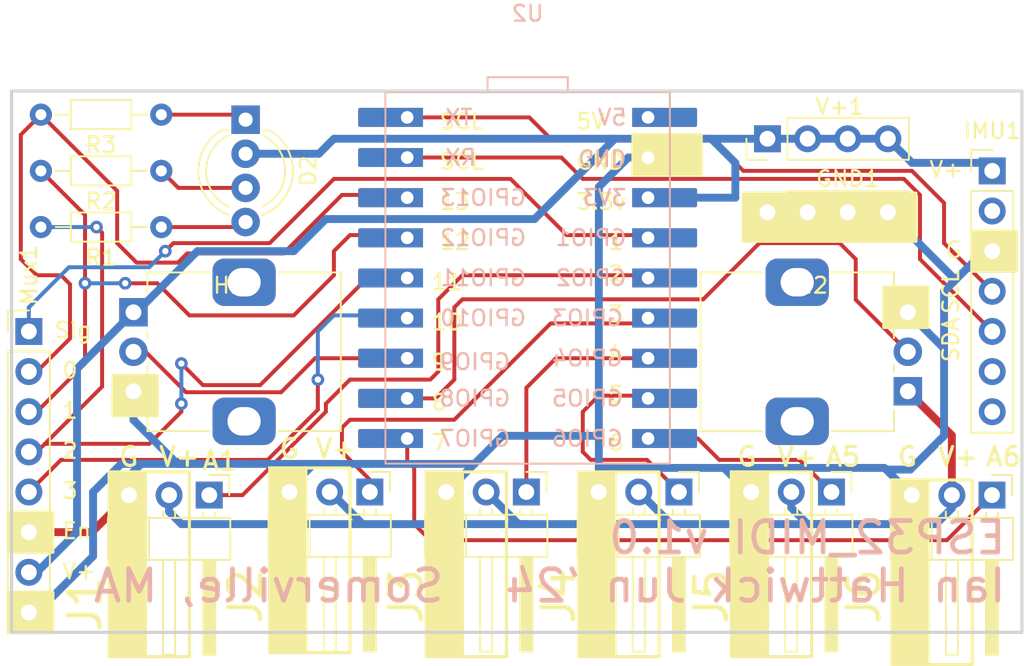
<source format=kicad_pcb>
(kicad_pcb (version 20221018) (generator pcbnew)
  (layers (0 "F.Cu" signal) (31 "B.Cu" signal) (34 "B.Paste" user) (35 "F.Paste" user) (36 "B.SilkS" user "B.Silkscreen") (37 "F.SilkS" user "F.Silkscreen") (38 "B.Mask" user) (39 "F.Mask" user) (44 "Edge.Cuts" user))
  (net 0 "")
  (net 1 "/A1")
  (net 2 "+3.3V")
  (net 3 "GND")
  (net 4 "/A2")
  (net 5 "/A3")
  (net 6 "/A4")
  (net 7 "/A5")
  (net 8 "/A6")
  (net 9 "/A0")
  (net 10 "/D2")
  (net 11 "/D1")
  (net 12 "/A8")
  (net 13 "/SCL")
  (net 14 "/SDA")
  (net 15 "/A7")
  (net 16 "/A9")
  (net 17 "/D0")
  (net 22 "Net-(D2-RK)")
  (net 23 "Net-(D2-GK)")
  (net 24 "Net-(D2-BK)")
  (footprint "Potentiometer_THT:Potentiometer_Alps_RK09K_Single_Vertical" (layer "F.Cu") (at 175 49 180)
    (fp_text reference "RV2" hide)
    (fp_text value "R_Potentiometer" hide)
    (pad "1" thru_hole rect (at 0 0 180) (size 1.8 1.8) (drill 1) (layers "*.Cu" "*.Mask") (net 2 "+3.3V"))
    (pad "2" thru_hole circle (at 0 2.5 180) (size 1.8 1.8) (drill 1) (layers "*.Cu" "*.Mask") (net 15 "/A7"))
    (pad "3" thru_hole circle (at 0 5 180) (size 1.8 1.8) (drill 1) (layers "*.Cu" "*.Mask") (net 3 "GND"))
    (pad "MP" thru_hole roundrect (at 7 -1.9 180) (size 4 3) (drill oval 2.1 1.8) (layers "*.Cu" "*.Mask"))
    (pad "MP" thru_hole roundrect (at 7 6.9 180) (size 4 3) (drill oval 2.1 1.8) (layers "*.Cu" "*.Mask"))
  )
  (footprint "Connector_PinHeader_2.54mm:PinHeader_1x04_P2.54mm_Vertical" (layer "F.Cu") (at 166.116 33.02 90)
    (fp_text reference "V+1" (at 2.032 4.572 180) (layer "F.SilkS"))
    (fp_text value "Conn_01x04_Pin")
    (pad "1" thru_hole rect (at 0 0 90) (size 1.7 1.7) (drill 1) (layers "*.Cu" "*.Mask") (net 2 "+3.3V"))
    (pad "2" thru_hole oval (at 0 2.54 90) (size 1.7 1.7) (drill 1) (layers "*.Cu" "*.Mask") (net 2 "+3.3V"))
    (pad "3" thru_hole oval (at 0 5.08 90) (size 1.7 1.7) (drill 1) (layers "*.Cu" "*.Mask") (net 2 "+3.3V"))
    (pad "4" thru_hole oval (at 0 7.62 90) (size 1.7 1.7) (drill 1) (layers "*.Cu" "*.Mask") (net 2 "+3.3V"))
  )
  (footprint "Connector_PinHeader_2.54mm:PinHeader_1x03_P2.54mm_Horizontal" (layer "F.Cu") (at 180.325 55.569 -90)
    (fp_text reference "J6" (at 6.407 8.113 -90) (layer "F.SilkS") (effects (font (size 2 2) (thickness 0.3))))
    (fp_text value "Conn_01x03_Pin" hide)
    (pad "1" thru_hole rect (at 0 0 270) (size 1.7 1.7) (drill 1) (layers "*.Cu" "*.Mask") (net 8 "/A6"))
    (pad "2" thru_hole oval (at 0 2.54 270) (size 1.7 1.7) (drill 1) (layers "*.Cu" "*.Mask") (net 2 "+3.3V"))
    (pad "3" thru_hole oval (at 0 5.08 270) (size 1.7 1.7) (drill 1) (layers "*.Cu" "*.Mask") (net 3 "GND"))
  )
  (footprint "Connector_PinHeader_2.54mm:PinHeader_1x03_P2.54mm_Horizontal" (layer "F.Cu") (at 130.795 55.569 -90)
    (fp_text reference "J1" (at 6.915 7.859 90) (layer "F.SilkS") (effects (font (size 2 2) (thickness 0.3))))
    (fp_text value "Conn_01x03_Pin" hide)
    (pad "1" thru_hole rect (at 0 0 270) (size 1.7 1.7) (drill 1) (layers "*.Cu" "*.Mask") (net 1 "/A1"))
    (pad "2" thru_hole oval (at 0 2.54 270) (size 1.7 1.7) (drill 1) (layers "*.Cu" "*.Mask") (net 2 "+3.3V"))
    (pad "3" thru_hole oval (at 0 5.08 270) (size 1.7 1.7) (drill 1) (layers "*.Cu" "*.Mask") (net 3 "GND"))
  )
  (footprint "Connector_PinHeader_2.54mm:PinHeader_1x04_P2.54mm_Vertical" (layer "F.Cu") (at 166.116 37.67 90)
    (fp_text reference "GND1" (at 2.11 5.08 180) (layer "F.SilkS"))
    (fp_text value "Conn_01x04_Pin")
    (pad "1" thru_hole rect (at 0 0 90) (size 1.7 1.7) (drill 1) (layers "*.Cu" "*.Mask") (net 3 "GND"))
    (pad "2" thru_hole oval (at 0 2.54 90) (size 1.7 1.7) (drill 1) (layers "*.Cu" "*.Mask") (net 3 "GND"))
    (pad "3" thru_hole oval (at 0 5.08 90) (size 1.7 1.7) (drill 1) (layers "*.Cu" "*.Mask") (net 3 "GND"))
    (pad "4" thru_hole oval (at 0 7.62 90) (size 1.7 1.7) (drill 1) (layers "*.Cu" "*.Mask") (net 3 "GND"))
  )
  (footprint "Connector_PinHeader_2.54mm:PinHeader_1x03_P2.54mm_Horizontal" (layer "F.Cu") (at 160.513 55.372 -90)
    (fp_text reference "J4" (at 6.604 7.605 -90) (layer "F.SilkS") (effects (font (size 2 2) (thickness 0.3))))
    (fp_text value "Conn_01x03_Pin" hide)
    (pad "1" thru_hole rect (at 0 0 270) (size 1.7 1.7) (drill 1) (layers "*.Cu" "*.Mask") (net 6 "/A4"))
    (pad "2" thru_hole oval (at 0 2.54 270) (size 1.7 1.7) (drill 1) (layers "*.Cu" "*.Mask") (net 2 "+3.3V"))
    (pad "3" thru_hole oval (at 0 5.08 270) (size 1.7 1.7) (drill 1) (layers "*.Cu" "*.Mask") (net 3 "GND"))
  )
  (footprint "LED_THT:LED_D5.0mm-4_RGB_Wide_Pins" (layer "F.Cu") (at 133.096 31.812 -90)
    (fp_text reference "D2" (at 3.2385 -3.96 90) (layer "F.SilkS"))
    (fp_text value "LED_RAGB")
    (pad "1" thru_hole rect (at 0 0 270) (size 1.8 1.8) (drill 0.9) (layers "*.Cu" "*.Mask") (net 22 "Net-(D2-RK)"))
    (pad "2" thru_hole circle (at 2.159 0 270) (size 1.8 1.8) (drill 0.9) (layers "*.Cu" "*.Mask") (net 2 "+3.3V"))
    (pad "3" thru_hole circle (at 4.318 0 270) (size 1.8 1.8) (drill 0.9) (layers "*.Cu" "*.Mask") (net 23 "Net-(D2-GK)"))
    (pad "4" thru_hole circle (at 6.477 0 270) (size 1.8 1.8) (drill 0.9) (layers "*.Cu" "*.Mask") (net 24 "Net-(D2-BK)"))
  )
  (footprint "Connector_PinHeader_2.54mm:PinHeader_1x03_P2.54mm_Horizontal" (layer "F.Cu") (at 140.955 55.372 -90)
    (fp_text reference "J2" (at 6.604 7.859 90) (layer "F.SilkS") (effects (font (size 2 2) (thickness 0.3))))
    (fp_text value "Conn_01x03_Pin" hide)
    (pad "1" thru_hole rect (at 0 0 270) (size 1.7 1.7) (drill 1) (layers "*.Cu" "*.Mask") (net 4 "/A2"))
    (pad "2" thru_hole oval (at 0 2.54 270) (size 1.7 1.7) (drill 1) (layers "*.Cu" "*.Mask") (net 2 "+3.3V"))
    (pad "3" thru_hole oval (at 0 5.08 270) (size 1.7 1.7) (drill 1) (layers "*.Cu" "*.Mask") (net 3 "GND"))
  )
  (footprint "Connector_PinHeader_2.54mm:PinHeader_1x07_P2.54mm_Vertical" (layer "F.Cu") (at 180.34 35.052)
    (fp_text reference "IMU1" (at 0 -2.54) (layer "F.SilkS"))
    (fp_text value "Conn_01x07_Pin" hide)
    (pad "1" thru_hole rect (at 0 0) (size 1.7 1.7) (drill 1) (layers "*.Cu" "*.Mask") (net 2 "+3.3V"))
    (pad "2" thru_hole oval (at 0 2.54) (size 1.7 1.7) (drill 1) (layers "*.Cu" "*.Mask"))
    (pad "3" thru_hole oval (at 0 5.08) (size 1.7 1.7) (drill 1) (layers "*.Cu" "*.Mask") (net 3 "GND"))
    (pad "4" thru_hole oval (at 0 7.62) (size 1.7 1.7) (drill 1) (layers "*.Cu" "*.Mask") (net 13 "/SCL"))
    (pad "5" thru_hole oval (at 0 10.16) (size 1.7 1.7) (drill 1) (layers "*.Cu" "*.Mask") (net 14 "/SDA"))
    (pad "6" thru_hole oval (at 0 12.7) (size 1.7 1.7) (drill 1) (layers "*.Cu" "*.Mask"))
    (pad "7" thru_hole oval (at 0 15.24) (size 1.7 1.7) (drill 1) (layers "*.Cu" "*.Mask"))
  )
  (footprint "Resistor_THT:R_Axial_DIN0204_L3.6mm_D1.6mm_P7.62mm_Horizontal" (layer "F.Cu") (at 127.762 31.496 180)
    (fp_text reference "R3" (at 3.81 -1.92) (layer "F.SilkS"))
    (fp_text value "R")
    (pad "1" thru_hole circle (at 0 0 180) (size 1.4 1.4) (drill 0.7) (layers "*.Cu" "*.Mask") (net 22 "Net-(D2-RK)"))
    (pad "2" thru_hole oval (at 7.62 0 180) (size 1.4 1.4) (drill 0.7) (layers "*.Cu" "*.Mask") (net 10 "/D2"))
  )
  (footprint "Resistor_THT:R_Axial_DIN0204_L3.6mm_D1.6mm_P7.62mm_Horizontal" (layer "F.Cu") (at 127.762 38.608 180)
    (fp_text reference "R1" (at 3.81 -1.92) (layer "F.SilkS"))
    (fp_text value "R")
    (pad "1" thru_hole circle (at 0 0 180) (size 1.4 1.4) (drill 0.7) (layers "*.Cu" "*.Mask") (net 24 "Net-(D2-BK)"))
    (pad "2" thru_hole oval (at 7.62 0 180) (size 1.4 1.4) (drill 0.7) (layers "*.Cu" "*.Mask") (net 17 "/D0"))
  )
  (footprint "Potentiometer_THT:Potentiometer_Alps_RK09K_Single_Vertical" (layer "F.Cu") (at 126 44)
    (fp_text reference "RV1" hide)
    (fp_text value "R_Potentiometer" hide)
    (pad "1" thru_hole rect (at 0 0) (size 1.8 1.8) (drill 1) (layers "*.Cu" "*.Mask") (net 2 "+3.3V"))
    (pad "2" thru_hole circle (at 0 2.5) (size 1.8 1.8) (drill 1) (layers "*.Cu" "*.Mask") (net 12 "/A8"))
    (pad "3" thru_hole circle (at 0 5) (size 1.8 1.8) (drill 1) (layers "*.Cu" "*.Mask") (net 3 "GND"))
    (pad "MP" thru_hole roundrect (at 7 -1.9) (size 4 3) (drill oval 2.1 1.8) (layers "*.Cu" "*.Mask"))
    (pad "MP" thru_hole roundrect (at 7 6.9) (size 4 3) (drill oval 2.1 1.8) (layers "*.Cu" "*.Mask"))
  )
  (footprint "Resistor_THT:R_Axial_DIN0204_L3.6mm_D1.6mm_P7.62mm_Horizontal" (layer "F.Cu") (at 127.762 35.052 180)
    (fp_text reference "R2" (at 3.81 -1.92) (layer "F.SilkS"))
    (fp_text value "R")
    (pad "1" thru_hole circle (at 0 0 180) (size 1.4 1.4) (drill 0.7) (layers "*.Cu" "*.Mask") (net 23 "Net-(D2-GK)"))
    (pad "2" thru_hole oval (at 7.62 0 180) (size 1.4 1.4) (drill 0.7) (layers "*.Cu" "*.Mask") (net 11 "/D1"))
  )
  (footprint "MountingHole:MountingHole_3.2mm_M3" (layer "F.Cu") (at 168.95 46.5)
    (fp_text reference "H2" (at 0 -4.2) (layer "F.SilkS"))
    (fp_text value "MountingHole")
    (pad "" np_thru_hole circle (at 0 0) (size 3.2 3.2) (drill 3.2) (layers "*.Cu" "*.Mask"))
  )
  (footprint "Connector_PinHeader_2.54mm:PinHeader_1x03_P2.54mm_Horizontal" (layer "F.Cu") (at 150.861 55.372 -90)
    (fp_text reference "J3" (at 6.604 7.605 -90) (layer "F.SilkS") (effects (font (size 2 2) (thickness 0.3))))
    (fp_text value "Conn_01x03_Pin" hide)
    (pad "1" thru_hole rect (at 0 0 270) (size 1.7 1.7) (drill 1) (layers "*.Cu" "*.Mask") (net 5 "/A3"))
    (pad "2" thru_hole oval (at 0 2.54 270) (size 1.7 1.7) (drill 1) (layers "*.Cu" "*.Mask") (net 2 "+3.3V"))
    (pad "3" thru_hole oval (at 0 5.08 270) (size 1.7 1.7) (drill 1) (layers "*.Cu" "*.Mask") (net 3 "GND"))
  )
  (footprint "Connector_PinHeader_2.54mm:PinHeader_1x08_P2.54mm_Vertical" (layer "F.Cu") (at 119.38 45.212)
    (fp_text reference "Mux1" (at 0 -3.556 90) (layer "F.SilkS"))
    (fp_text value "Conn_01x08_Pin" hide)
    (pad "1" thru_hole rect (at 0 0) (size 1.7 1.7) (drill 1) (layers "*.Cu" "*.Mask") (net 9 "/A0"))
    (pad "2" thru_hole oval (at 0 2.54) (size 1.7 1.7) (drill 1) (layers "*.Cu" "*.Mask") (net 10 "/D2"))
    (pad "3" thru_hole oval (at 0 5.08) (size 1.7 1.7) (drill 1) (layers "*.Cu" "*.Mask") (net 11 "/D1"))
    (pad "4" thru_hole oval (at 0 7.62) (size 1.7 1.7) (drill 1) (layers "*.Cu" "*.Mask") (net 17 "/D0"))
    (pad "5" thru_hole oval (at 0 10.16) (size 1.7 1.7) (drill 1) (layers "*.Cu" "*.Mask") (net 16 "/A9"))
    (pad "6" thru_hole oval (at 0 12.7) (size 1.7 1.7) (drill 1) (layers "*.Cu" "*.Mask") (net 3 "GND"))
    (pad "7" thru_hole oval (at 0 15.24) (size 1.7 1.7) (drill 1) (layers "*.Cu" "*.Mask") (net 2 "+3.3V"))
    (pad "8" thru_hole oval (at 0 17.78) (size 1.7 1.7) (drill 1) (layers "*.Cu" "*.Mask") (net 3 "GND"))
  )
  (footprint "MountingHole:MountingHole_3.2mm_M3" (layer "F.Cu") (at 132.05 46.5)
    (fp_text reference "H1" (at 0 -4.2) (layer "F.SilkS"))
    (fp_text value "MountingHole")
    (pad "" np_thru_hole circle (at 0 0) (size 3.2 3.2) (drill 3.2) (layers "*.Cu" "*.Mask"))
  )
  (footprint "Connector_PinHeader_2.54mm:PinHeader_1x03_P2.54mm_Horizontal" (layer "F.Cu") (at 170.165 55.372 -90)
    (fp_text reference "J5" (at 6.604 7.605 -90) (layer "F.SilkS") (effects (font (size 2 2) (thickness 0.3) bold)))
    (fp_text value "Conn_01x03_Pin" hide)
    (pad "1" thru_hole rect (at 0 0 270) (size 1.7 1.7) (drill 1) (layers "*.Cu" "*.Mask") (net 7 "/A5"))
    (pad "2" thru_hole oval (at 0 2.54 270) (size 1.7 1.7) (drill 1) (layers "*.Cu" "*.Mask") (net 2 "+3.3V"))
    (pad "3" thru_hole oval (at 0 5.08 270) (size 1.7 1.7) (drill 1) (layers "*.Cu" "*.Mask") (net 3 "GND"))
  )
  (footprint "ih_kicad:Wifiduino-ESP32S3" (layer "B.Cu") (at 150.942 41.828 180)
    (fp_text reference "U2" (at 0 16.74 unlocked) (layer "B.SilkS") (effects (justify mirror)))
    (fp_text value "~")
    (fp_text user "RX" (at 5.309999 7.62 unlocked) (layer "B.SilkS") (effects (justify right mirror)))
    (fp_text user "GPIO9" (at 1 -5.309999 unlocked) (layer "B.SilkS") (effects (justify left mirror)))
    (fp_text user "GPIO3" (at -6.120001 -2.54 unlocked) (layer "B.SilkS") (effects (justify left mirror)))
    (fp_text user "GPIO2" (at -6.35 0 unlocked) (layer "B.SilkS") (effects (justify left mirror)))
    (fp_text user "GPIO13" (at 0 5.08 unlocked) (layer "B.SilkS") (effects (justify left mirror)))
    (fp_text user "GPIO11" (at 0 0 unlocked) (layer "B.SilkS") (effects (justify left mirror)))
    (fp_text user "GPIO10" (at 0 -2.54 unlocked) (layer "B.SilkS") (effects (justify left mirror)))
    (fp_text user "GPIO8" (at 1 -7.62 unlocked) (layer "B.SilkS") (effects (justify left mirror)))
    (fp_text user "GPIO12" (at 0 2.54 unlocked) (layer "B.SilkS") (effects (justify left mirror)))
    (fp_text user "GPIO1" (at -6.35 2.54 unlocked) (layer "B.SilkS") (effects (justify left mirror)))
    (fp_text user "5V" (at -6.35 10.16 unlocked) (layer "B.SilkS") (effects (justify left mirror)))
    (fp_text user "GND" (at -6.35 7.62 180 unlocked) (layer "B.SilkS") (effects (justify right mirror)))
    (fp_text user "TX" (at 5.309999 10.16 unlocked) (layer "B.SilkS") (effects (justify right mirror)))
    (fp_text user "GPIO5" (at -6.120001 -7.62 unlocked) (layer "B.SilkS") (effects (justify left mirror)))
    (fp_text user "GPIO4" (at -6.120001 -5.08 unlocked) (layer "B.SilkS") (effects (justify left mirror)))
    (fp_text user "GPIO7" (at 1 -10.16 unlocked) (layer "B.SilkS") (effects (justify left mirror)))
    (fp_text user "3V3" (at -6.35 5.08 unlocked) (layer "B.SilkS") (effects (justify left mirror)))
    (fp_text user "GPIO6" (at -6.120001 -10.16 unlocked) (layer "B.SilkS") (effects (justify left mirror)))
    (pad "1" thru_hole custom (at -7.62 10.16 270) (size 1.2 2) (drill 0.8) (layers "*.Cu" "*.Mask") (options (clearance outline) (anchor rect)) (primitives (gr_poly (pts (xy -0.5 -3) (xy -0.5 0.5) (xy 0.5 0.5) (xy 0.5 -3)) (width 0.2) (fill yes))))
    (pad "2" thru_hole custom (at -7.62 7.62 270) (size 1.2 2) (drill 0.8) (layers "*.Cu" "*.Mask") (net 3 "GND") (options (clearance outline) (anchor rect)) (primitives (gr_poly (pts (xy -0.5 -3) (xy -0.5 0.5) (xy 0.5 0.5) (xy 0.5 -3)) (width 0.2) (fill yes))))
    (pad "3" thru_hole custom (at -7.62 5.08 270) (size 1.2 2) (drill 0.8) (layers "*.Cu" "*.Mask") (net 2 "+3.3V") (options (clearance outline) (anchor rect)) (primitives (gr_poly (pts (xy -0.5 -3) (xy -0.5 0.5) (xy 0.5 0.5) (xy 0.5 -3)) (width 0.2) (fill yes))))
    (pad "4" thru_hole custom (at -7.62 2.54 270) (size 1.2 2) (drill 0.8) (layers "*.Cu" "*.Mask") (net 9 "/A0") (options (clearance outline) (anchor rect)) (primitives (gr_poly (pts (xy -0.5 -3) (xy -0.5 0.5) (xy 0.5 0.5) (xy 0.5 -3)) (width 0.2) (fill yes))))
    (pad "5" thru_hole custom (at -7.62 0 270) (size 1.2 2) (drill 0.8) (layers "*.Cu" "*.Mask") (net 1 "/A1") (options (clearance outline) (anchor rect)) (primitives (gr_poly (pts (xy -0.5 -3) (xy -0.5 0.5) (xy 0.5 0.5) (xy 0.5 -3)) (width 0.2) (fill yes))))
    (pad "6" thru_hole custom (at -7.62 -2.54 270) (size 1.2 2) (drill 0.8) (layers "*.Cu" "*.Mask") (net 4 "/A2") (options (clearance outline) (anchor rect)) (primitives (gr_poly (pts (xy -0.5 -3) (xy -0.5 0.5) (xy 0.5 0.5) (xy 0.5 -3)) (width 0.2) (fill yes))))
    (pad "7" thru_hole custom (at -7.62 -5.08 270) (size 1.2 2) (drill 0.8) (layers "*.Cu" "*.Mask") (net 5 "/A3") (options (clearance outline) (anchor rect)) (primitives (gr_poly (pts (xy -0.5 -3) (xy -0.5 0.5) (xy 0.5 0.5) (xy 0.5 -3)) (width 0.2) (fill yes))))
    (pad "8" thru_hole custom (at -7.62 -7.62 270) (size 1.2 2) (drill 0.8) (layers "*.Cu" "*.Mask") (net 6 "/A4") (options (clearance outline) (anchor rect)) (primitives (gr_poly (pts (xy -0.5 -3) (xy -0.5 0.5) (xy 0.5 0.5) (xy 0.5 -3)) (width 0.2) (fill yes))))
    (pad "9" thru_hole custom (at -7.62 -10.16 270) (size 1.2 2) (drill 0.8) (layers "*.Cu" "*.Mask") (net 7 "/A5") (options (clearance outline) (anchor rect)) (primitives (gr_poly (pts (xy -0.5 -3) (xy -0.5 0.5) (xy 0.5 0.5) (xy 0.5 -3)) (width 0.2) (fill yes))))
    (pad "10" thru_hole custom (at 7.62 -10.16 90) (size 1.2 2) (drill 0.8) (layers "*.Cu" "*.Mask") (net 8 "/A6") (options (clearance outline) (anchor rect)) (primitives (gr_poly (pts (xy -0.5 -3) (xy -0.5 0.5) (xy 0.5 0.5) (xy 0.5 -3)) (width 0.2) (fill yes))))
    (pad "11" thru_hole custom (at 7.62 -7.62 90) (size 1.2 2) (drill 0.8) (layers "*.Cu" "*.Mask") (net 15 "/A7") (options (clearance outline) (anchor rect)) (primitives (gr_poly (pts (xy -0.5 -3) (xy -0.5 0.5) (xy 0.5 0.5) (xy 0.5 -3)) (width 0.2) (fill yes))))
    (pad "12" thru_hole custom (at 7.62 -5.08 90) (size 1.2 2) (drill 0.8) (layers "*.Cu" "*.Mask") (net 12 "/A8") (options (clearance outline) (anchor rect)) (primitives (gr_poly (pts (xy -0.5 -3) (xy -0.5 0.5) (xy 0.5 0.5) (xy 0.5 -3)) (width 0.2) (fill yes))))
    (pad "13" thru_hole custom (at 7.62 -2.54 90) (size 1.2 2) (drill 0.8) (layers "*.Cu" "*.Mask") (net 16 "/A9") (options (clearance outline) (anchor rect)) (primitives (gr_poly (pts (xy -0.5 -3) (xy -0.5 0.5) (xy 0.5 0.5) (xy 0.5 -3)) (width 0.2) (fill yes))))
    (pad "14" thru_hole custom (at 7.62 0 90) (size 1.2 2) (drill 0.8) (layers "*.Cu" "*.Mask") (net 17 "/D0") (options (clearance outline) (anchor rect)) (primitives (gr_poly (pts (xy -0.5 -3) (xy -0.5 0.5) (xy 0.5 0.5) (xy 0.5 -3)) (width 0.2) (fill yes))))
    (pad "15" thru_hole custom (at 7.62 2.54 90) (size 1.2 2) (drill 0.8) (layers "*.Cu" "*.Mask") (net 11 "/D1") (options (clearance outline) (anchor rect)) (primitives (gr_poly (pts (xy -0.5 -3) (xy -0.5 0.5) (xy 0.5 0.5) (xy 0.5 -3)) (width 0.2) (fill yes))))
    (pad "16" thru_hole custom (at 7.62 5.08 90) (size 1.2 2) (drill 0.8) (layers "*.Cu" "*.Mask") (net 10 "/D2") (options (clearance outline) (anchor rect)) (primitives (gr_poly (pts (xy -0.5 -3) (xy -0.5 0.5) (xy 0.5 0.5) (xy 0.5 -3)) (width 0.2) (fill yes))))
    (pad "17" thru_hole custom (at 7.62 7.62 90) (size 1.2 2) (drill 0.8) (layers "*.Cu" "*.Mask") (net 14 "/SDA") (options (clearance outline) (anchor rect)) (primitives (gr_poly (pts (xy -0.5 -3) (xy -0.5 0.5) (xy 0.5 0.5) (xy 0.5 -3)) (width 0.2) (fill yes))))
    (pad "18" thru_hole custom (at 7.62 10.16 90) (size 1.2 2) (drill 0.8) (layers "*.Cu" "*.Mask") (net 13 "/SCL") (options (clearance outline) (anchor rect)) (primitives (gr_poly (pts (xy -0.5 -3) (xy -0.5 0.5) (xy 0.5 0.5) (xy 0.5 -3)) (width 0.2) (fill yes))))
  )
  (gr_rect (start 118.11 56.642) (end 120.904 59.182) (stroke (width 0.2)) (fill solid) (layer "F.SilkS"))
  (gr_rect (start 176.276 54.61) (end 179.07 66.294) (stroke (width 0.2)) (fill none) (layer "F.SilkS"))
  (gr_rect (start 118.11 61.722) (end 120.904 64.262) (stroke (width 0.2)) (fill solid) (layer "F.SilkS"))
  (gr_rect (start 173.99 54.61) (end 176.276 66.294) (stroke (width 0.2)) (fill solid) (layer "F.SilkS"))
  (gr_rect (start 163.83 54.102) (end 166.116 65.786) (stroke (width 0.2)) (fill solid) (layer "F.SilkS"))
  (gr_rect (start 156.464 54.102) (end 159.258 65.786) (stroke (width 0.2)) (fill none) (layer "F.SilkS"))
  (gr_rect (start 164.592 36.46) (end 175.514 39.508) (stroke (width 0.2)) (fill solid) (layer "F.SilkS"))
  (gr_rect (start 124.714 48.006) (end 127.508 50.546) (stroke (width 0.2)) (fill solid) (layer "F.SilkS"))
  (gr_rect (start 154.178 54.102) (end 156.464 65.786) (stroke (width 0.2)) (fill solid) (layer "F.SilkS"))
  (gr_rect (start 173.482 42.418) (end 176.276 44.958) (stroke (width 0.2)) (fill solid) (layer "F.SilkS"))
  (gr_rect (start 124.46 54.102) (end 126.746 65.786) (stroke (width 0.2)) (fill solid) (layer "F.SilkS"))
  (gr_rect (start 126.746 54.102) (end 129.54 65.786) (stroke (width 0.2)) (fill none) (layer "F.SilkS"))
  (gr_rect (start 146.812 54.102) (end 149.606 65.786) (stroke (width 0.2)) (fill none) (layer "F.SilkS"))
  (gr_rect (start 166.116 54.102) (end 168.91 65.786) (stroke (width 0.2)) (fill none) (layer "F.SilkS"))
  (gr_rect (start 136.906 53.848) (end 139.7 65.532) (stroke (width 0.2)) (fill none) (layer "F.SilkS"))
  (gr_rect (start 157.607 32.766) (end 161.925 35.306) (stroke (width 0.2)) (fill solid) (layer "F.SilkS"))
  (gr_rect (start 144.526 54.102) (end 146.812 65.786) (stroke (width 0.2)) (fill solid) (layer "F.SilkS"))
  (gr_rect (start 179.07 38.862) (end 181.864 41.402) (stroke (width 0.2)) (fill solid) (layer "F.SilkS"))
  (gr_rect (start 134.62 53.848) (end 136.906 65.532) (stroke (width 0.2)) (fill solid) (layer "F.SilkS"))
  (gr_rect (start 118.288 30) (end 182.22 64.252) (stroke (width 0.2)) (fill none) (layer "Edge.Cuts"))
  (gr_text "Ian Hattwick Jun '24" (at 181.356 62.484) (layer "B.SilkS") (effects (font (size 2 2) (thickness 0.3) bold) (justify left bottom mirror)))
  (gr_text "Somerville, MA" (at 145.796 62.484) (layer "B.SilkS") (effects (font (size 2 2) (thickness 0.3) bold) (justify left bottom mirror)))
  (gr_text "ESP32_MIDI v1.0" (at 181.356 59.436) (layer "B.SilkS") (effects (font (size 2 2) (thickness 0.3) bold) (justify left bottom mirror)))
  (gr_text "V+" (at 176.276 35.56) (layer "F.SilkS") (effects (font (size 1 1)) (justify left bottom)))
  (gr_text "2" (at 155.956 42.164) (layer "F.SilkS") (effects (font (size 1 1)) (justify left bottom)))
  (gr_text "1" (at 121.412 50.8) (layer "F.SilkS") (effects (font (size 1 1)) (justify left bottom)))
  (gr_text "Sig" (at 120.904 45.72) (layer "F.SilkS") (effects (font (size 1 1)) (justify left bottom)))
  (gr_text "G" (at 174.244 53.848) (layer "F.SilkS") (effects (font (size 1.2 1.2) (thickness 0.2) bold) (justify left bottom)))
  (gr_text "SCL" (at 145.288 35.052) (layer "F.SilkS") (effects (font (size 1 1)) (justify left bottom)))
  (gr_text "4" (at 155.956 47.244) (layer "F.SilkS") (effects (font (size 1 1)) (justify left bottom)))
  (gr_text "V+" (at 127.508 53.848) (layer "F.SilkS") (effects (font (size 1.2 1.2) (thickness 0.2) bold) (justify left bottom)))
  (gr_text "V+" (at 176.784 53.848) (layer "F.SilkS") (effects (font (size 1.2 1.2) (thickness 0.2) bold) (justify left bottom)))
  (gr_text "3" (at 155.956 44.704) (layer "F.SilkS") (effects (font (size 1 1)) (justify left bottom)))
  (gr_text "G" (at 135.128 53.34) (layer "F.SilkS") (effects (font (size 1.2 1.2) (thickness 0.2) bold) (justify left bottom)))
  (gr_text "5V" (at 153.924 32.512) (layer "F.SilkS") (effects (font (size 1 1)) (justify left bottom)))
  (gr_text "2" (at 121.412 53.34) (layer "F.SilkS") (effects (font (size 1 1)) (justify left bottom)))
  (gr_text "12" (at 145.288 40.132) (layer "F.SilkS") (effects (font (size 1 1)) (justify left bottom)))
  (gr_text "V+" (at 137.414 53.34) (layer "F.SilkS") (effects (font (size 1.2 1.2) (thickness 0.2) bold) (justify left bottom)))
  (gr_text "11" (at 144.78 42.672) (layer "F.SilkS") (effects (font (size 1 1)) (justify left bottom)))
  (gr_text "GND" (at 153.924 35.052) (layer "F.SilkS") (effects (font (size 1 1)) (justify left bottom)))
  (gr_text "G" (at 124.968 53.848) (layer "F.SilkS") (effects (font (size 1.2 1.2) (thickness 0.2) bold) (justify left bottom)))
  (gr_text "13" (at 145.288 37.592) (layer "F.SilkS") (effects (font (size 1 1)) (justify left bottom)))
  (gr_text "3.3v" (at 153.924 37.592) (layer "F.SilkS") (effects (font (size 1 1)) (justify left bottom)))
  (gr_text "En" (at 121.412 58.42) (layer "F.SilkS") (effects (font (size 1 1)) (justify left bottom)))
  (gr_text "G" (at 177.292 40.64) (layer "F.SilkS") (effects (font (size 1 1)) (justify left bottom)))
  (gr_text "SCL" (at 145.288 32.512) (layer "F.SilkS") (effects (font (size 1 1)) (justify left bottom)))
  (gr_text "A5" (at 169.672 53.848) (layer "F.SilkS") (effects (font (size 1.2 1.2) (thickness 0.2) bold) (justify left bottom)))
  (gr_text "1" (at 155.956 40.132) (layer "F.SilkS") (effects (font (size 1 1)) (justify left bottom)))
  (gr_text "SCL" (at 178.308 44.196 90) (layer "F.SilkS") (effects (font (size 1 1)) (justify left bottom)))
  (gr_text "A6" (at 179.832 53.848) (layer "F.SilkS") (effects (font (size 1.2 1.2) (thickness 0.2) bold) (justify left bottom)))
  (gr_text "10" (at 144.78 45.212) (layer "F.SilkS") (effects (font (size 1 1)) (justify left bottom)))
  (gr_text "3" (at 121.412 55.88) (layer "F.SilkS") (effects (font (size 1 1)) (justify left bottom)))
  (gr_text "9" (at 144.78 47.752) (layer "F.SilkS") (effects (font (size 1 1)) (justify left bottom)))
  (gr_text "8" (at 144.78 50.292) (layer "F.SilkS") (effects (font (size 1 1)) (justify left bottom)))
  (gr_text "V+" (at 166.624 53.848) (layer "F.SilkS") (effects (font (size 1.2 1.2) (thickness 0.2) bold) (justify left bottom)))
  (gr_text "SDA" (at 178.308 47.244 90) (layer "F.SilkS") (effects (font (size 1 1)) (justify left bottom)))
  (gr_text "V+" (at 121.412 60.96) (layer "F.SilkS") (effects (font (size 1 1)) (justify left bottom)))
  (gr_text "A1" (at 130.24387 54.084674) (layer "F.SilkS") (effects (font (size 1.2 1.2) (thickness 0.2) bold) (justify left bottom)))
  (gr_text "G" (at 164.084 53.848) (layer "F.SilkS") (effects (font (size 1.2 1.2) (thickness 0.2) bold) (justify left bottom)))
  (gr_text "6" (at 155.956 52.832) (layer "F.SilkS") (effects (font (size 1 1)) (justify left bottom)))
  (gr_text "5" (at 155.956 49.784) (layer "F.SilkS") (effects (font (size 1 1)) (justify left bottom)))
  (gr_text "0" (at 121.412 48.26) (layer "F.SilkS") (effects (font (size 1 1)) (justify left bottom)))
  (gr_text "7" (at 144.78 52.832) (layer "F.SilkS") (effects (font (size 1 1)) (justify left bottom)))
  (segment (start 158.39 41.656) (end 158.562 41.828) (width 0.25) (layer "F.Cu") (net 1))
  (segment (start 145.288 47.752) (end 145.288 43.18) (width 0.25) (layer "F.Cu") (net 1))
  (segment (start 145.288 43.18) (end 146.812 41.656) (width 0.25) (layer "F.Cu") (net 1))
  (segment (start 132.899 55.569) (end 138.176 50.292) (width 0.25) (layer "F.Cu") (net 1))
  (segment (start 138.176 50.292) (end 138.176 49.784) (width 0.25) (layer "F.Cu") (net 1))
  (segment (start 130.795 55.569) (end 132.899 55.569) (width 0.25) (layer "F.Cu") (net 1))
  (segment (start 139.7 48.26) (end 144.78 48.26) (width 0.25) (layer "F.Cu") (net 1))
  (segment (start 146.812 41.656) (end 158.39 41.656) (width 0.25) (layer "F.Cu") (net 1))
  (segment (start 138.176 49.784) (end 139.7 48.26) (width 0.25) (layer "F.Cu") (net 1))
  (segment (start 144.78 48.26) (end 145.288 47.752) (width 0.25) (layer "F.Cu") (net 1))
  (segment (start 177.785 51.785) (end 175 49) (width 0.5) (layer "F.Cu") (net 2))
  (segment (start 177.785 55.569) (end 177.785 51.785) (width 0.5) (layer "F.Cu") (net 2))
  (segment (start 130.048 40.132) (end 136.144 40.132) (width 0.5) (layer "B.Cu") (net 2))
  (segment (start 138.176 38.1) (end 151.384 38.1) (width 0.5) (layer "B.Cu") (net 2))
  (segment (start 164.084 36.748) (end 164.084 34.544) (width 0.5) (layer "B.Cu") (net 2))
  (segment (start 150.876 57.404) (end 160.02 57.404) (width 0.5) (layer "B.Cu") (net 2))
  (segment (start 128.255 55.569) (end 128.255 56.627) (width 0.5) (layer "B.Cu") (net 2))
  (segment (start 160.02 57.404) (end 169.46 57.404) (width 0.5) (layer "B.Cu") (net 2))
  (segment (start 138.684 33.02) (end 156.464 33.02) (width 0.5) (layer "B.Cu") (net 2))
  (segment (start 129.032 57.404) (end 140.504 57.404) (width 0.5) (layer "B.Cu") (net 2))
  (segment (start 158.562 36.748) (end 164.084 36.748) (width 0.5) (layer "B.Cu") (net 2))
  (segment (start 126 44) (end 126.18 44) (width 0.5) (layer "B.Cu") (net 2))
  (segment (start 176.784 57.404) (end 177.785 56.403) (width 0.5) (layer "B.Cu") (net 2))
  (segment (start 151.384 38.1) (end 156.464 33.02) (width 0.5) (layer "B.Cu") (net 2))
  (segment (start 119.888 60.452) (end 122.428 57.912) (width 0.5) (layer "B.Cu") (net 2))
  (segment (start 164.084 34.544) (end 162.56 33.02) (width 0.5) (layer "B.Cu") (net 2))
  (segment (start 168.656 57.404) (end 169.46 57.404) (width 0.5) (layer "B.Cu") (net 2))
  (segment (start 180.34 34.544) (end 175.26 34.544) (width 0.5) (layer "B.Cu") (net 2))
  (segment (start 122.428 57.912) (end 122.428 47.572) (width 0.5) (layer "B.Cu") (net 2))
  (segment (start 133.096 33.971) (end 137.733 33.971) (width 0.5) (layer "B.Cu") (net 2))
  (segment (start 173.736 33.02) (end 162.56 33.02) (width 0.5) (layer "B.Cu") (net 2))
  (segment (start 177.785 56.403) (end 177.785 55.569) (width 0.5) (layer "B.Cu") (net 2))
  (segment (start 126.18 44) (end 130.048 40.132) (width 0.5) (layer "B.Cu") (net 2))
  (segment (start 169.46 57.404) (end 176.784 57.404) (width 0.5) (layer "B.Cu") (net 2))
  (segment (start 137.733 33.971) (end 138.684 33.02) (width 0.5) (layer "B.Cu") (net 2))
  (segment (start 136.144 40.132) (end 138.176 38.1) (width 0.5) (layer "B.Cu") (net 2))
  (segment (start 157.988 55.372) (end 160.02 57.404) (width 0.5) (layer "B.Cu") (net 2))
  (segment (start 128.255 56.627) (end 129.032 57.404) (width 0.5) (layer "B.Cu") (net 2))
  (segment (start 148.336 55.372) (end 150.368 57.404) (width 0.5) (layer "B.Cu") (net 2))
  (segment (start 140.504 57.404) (end 150.876 57.404) (width 0.5) (layer "B.Cu") (net 2))
  (segment (start 138.472 55.372) (end 140.504 57.404) (width 0.5) (layer "B.Cu") (net 2))
  (segment (start 138.415 55.372) (end 138.472 55.372) (width 0.5) (layer "B.Cu") (net 2))
  (segment (start 167.625 56.373) (end 168.656 57.404) (width 0.5) (layer "B.Cu") (net 2))
  (segment (start 167.625 55.569) (end 167.625 56.373) (width 0.5) (layer "B.Cu") (net 2))
  (segment (start 122.428 47.572) (end 126 44) (width 0.5) (layer "B.Cu") (net 2))
  (segment (start 175.26 34.544) (end 173.736 33.02) (width 0.5) (layer "B.Cu") (net 2))
  (segment (start 156.464 33.02) (end 162.56 33.02) (width 0.5) (layer "B.Cu") (net 2))
  (segment (start 150.368 57.404) (end 150.876 57.404) (width 0.5) (layer "B.Cu") (net 2))
  (segment (start 123.372 57.912) (end 125.715 55.569) (width 0.5) (layer "F.Cu") (net 3))
  (segment (start 119.38 57.912) (end 123.372 57.912) (width 0.5) (layer "F.Cu") (net 3))
  (segment (start 155.448 51.816) (end 155.448 53.848) (width 0.5) (layer "B.Cu") (net 3))
  (segment (start 123.444 55.372) (end 125.222 53.594) (width 0.5) (layer "B.Cu") (net 3))
  (segment (start 123.444 59.436) (end 123.444 55.372) (width 0.5) (layer "B.Cu") (net 3))
  (segment (start 177.292 51.816) (end 175.154 53.954) (width 0.5) (layer "B.Cu") (net 3))
  (segment (start 125.715 54.371) (end 126.492 53.594) (width 0.5) (layer "B.Cu") (net 3))
  (segment (start 135.875 55.133) (end 137.414 53.594) (width 0.5) (layer "B.Cu") (net 3))
  (segment (start 137.414 53.594) (end 138.104 53.594) (width 0.5) (layer "B.Cu") (net 3))
  (segment (start 157.308 34.208) (end 155.448 36.068) (width 0.5) (layer "B.Cu") (net 3))
  (segment (start 177.292 42.672) (end 177.292 46.292) (width 0.5) (layer "B.Cu") (net 3))
  (segment (start 180.34 39.624) (end 177.8 42.164) (width 0.5) (layer "B.Cu") (net 3))
  (segment (start 129.54 53.594) (end 138.104 53.594) (width 0.5) (layer "B.Cu") (net 3))
  (segment (start 158.562 34.208) (end 157.308 34.208) (width 0.5) (layer "B.Cu") (net 3))
  (segment (start 126.492 53.594) (end 129.54 53.594) (width 0.5) (layer "B.Cu") (net 3))
  (segment (start 177.8 41.734) (end 177.8 42.164) (width 0.5) (layer "B.Cu") (net 3))
  (segment (start 165.085 55.569) (end 163.364 53.848) (width 0.5) (layer "B.Cu") (net 3))
  (segment (start 138.104 53.594) (end 147.574 53.594) (width 0.5) (layer "B.Cu") (net 3))
  (segment (start 126 50.816) (end 128.778 53.594) (width 0.5) (layer "B.Cu") (net 3))
  (segment (start 166.116 37.67) (end 173.736 37.67) (width 0.5) (layer "B.Cu") (net 3))
  (segment (start 119.888 62.992) (end 123.444 59.436) (width 0.5) (layer "B.Cu") (net 3))
  (segment (start 135.875 55.372) (end 135.875 55.133) (width 0.5) (layer "B.Cu") (net 3))
  (segment (start 173.63 53.954) (end 173.524 53.848) (width 0.5) (layer "B.Cu") (net 3))
  (segment (start 125.222 53.594) (end 126.492 53.594) (width 0.5) (layer "B.Cu") (net 3))
  (segment (start 155.448 36.068) (end 155.448 51.816) (width 0.5) (layer "B.Cu") (net 3))
  (segment (start 155.448 53.848) (end 155.448 55.372) (width 0.5) (layer "B.Cu") (net 3))
  (segment (start 175.245 55.569) (end 173.63 53.954) (width 0.5) (layer "B.Cu") (net 3))
  (segment (start 175.154 53.954) (end 173.63 53.954) (width 0.5) (layer "B.Cu") (net 3))
  (segment (start 149.352 51.816) (end 155.448 51.816) (width 0.5) (layer "B.Cu") (net 3))
  (segment (start 177.8 42.164) (end 177.292 42.672) (width 0.5) (layer "B.Cu") (net 3))
  (segment (start 173.524 53.848) (end 163.364 53.848) (width 0.5) (layer "B.Cu") (net 3))
  (segment (start 177.292 46.292) (end 177.292 51.816) (width 0.5) (layer "B.Cu") (net 3))
  (segment (start 175 44) (end 177.292 46.292) (width 0.5) (layer "B.Cu") (net 3))
  (segment (start 173.736 37.67) (end 177.8 41.734) (width 0.5) (layer "B.Cu") (net 3))
  (segment (start 145.796 55.372) (end 147.574 53.594) (width 0.5) (layer "B.Cu") (net 3))
  (segment (start 128.778 53.594) (end 129.54 53.594) (width 0.5) (layer "B.Cu") (net 3))
  (segment (start 126 49) (end 126 50.816) (width 0.5) (layer "B.Cu") (net 3))
  (segment (start 147.574 53.594) (end 149.352 51.816) (width 0.5) (layer "B.Cu") (net 3))
  (segment (start 163.364 53.848) (end 155.448 53.848) (width 0.5) (layer "B.Cu") (net 3))
  (segment (start 125.715 55.569) (end 125.715 54.371) (width 0.5) (layer "B.Cu") (net 3))
  (segment (start 152.4 44.704) (end 158.226 44.704) (width 0.25) (layer "F.Cu") (net 4))
  (segment (start 139.192 52.832) (end 139.192 51.308) (width 0.25) (layer "F.Cu") (net 4))
  (segment (start 139.192 51.308) (end 139.7 50.8) (width 0.25) (layer "F.Cu") (net 4))
  (segment (start 140.955 55.372) (end 140.955 54.595) (width 0.25) (layer "F.Cu") (net 4))
  (segment (start 140.955 54.595) (end 139.192 52.832) (width 0.25) (layer "F.Cu") (net 4))
  (segment (start 158.226 44.704) (end 158.562 44.368) (width 0.25) (layer "F.Cu") (net 4))
  (segment (start 146.304 50.8) (end 152.4 44.704) (width 0.25) (layer "F.Cu") (net 4))
  (segment (start 139.7 50.8) (end 146.304 50.8) (width 0.25) (layer "F.Cu") (net 4))
  (segment (start 150.861 48.783) (end 152.736 46.908) (width 0.25) (layer "F.Cu") (net 5))
  (segment (start 150.861 55.372) (end 150.861 48.783) (width 0.25) (layer "F.Cu") (net 5))
  (segment (start 152.736 46.908) (end 158.562 46.908) (width 0.25) (layer "F.Cu") (net 5))
  (segment (start 154.432 50.292) (end 155.448 49.276) (width 0.25) (layer "F.Cu") (net 6))
  (segment (start 160.513 55.357) (end 158.496 53.34) (width 0.25) (layer "F.Cu") (net 6))
  (segment (start 158.496 53.34) (end 154.94 53.34) (width 0.25) (layer "F.Cu") (net 6))
  (segment (start 154.94 53.34) (end 154.432 52.832) (width 0.25) (layer "F.Cu") (net 6))
  (segment (start 154.432 52.832) (end 154.432 50.292) (width 0.25) (layer "F.Cu") (net 6))
  (segment (start 158.39 49.276) (end 158.562 49.448) (width 0.25) (layer "F.Cu") (net 6))
  (segment (start 160.513 55.372) (end 160.513 55.357) (width 0.25) (layer "F.Cu") (net 6))
  (segment (start 155.448 49.276) (end 158.39 49.276) (width 0.25) (layer "F.Cu") (net 6))
  (segment (start 161.716 51.988) (end 158.562 51.988) (width 0.25) (layer "F.Cu") (net 7))
  (segment (start 168.133 53.34) (end 163.068 53.34) (width 0.25) (layer "F.Cu") (net 7))
  (segment (start 170.165 55.372) (end 168.133 53.34) (width 0.25) (layer "F.Cu") (net 7))
  (segment (start 163.068 53.34) (end 161.716 51.988) (width 0.25) (layer "F.Cu") (net 7))
  (segment (start 180.325 55.569) (end 177.474 58.42) (width 0.25) (layer "F.Cu") (net 8))
  (segment (start 177.474 58.42) (end 144.78 58.42) (width 0.25) (layer "F.Cu") (net 8))
  (segment (start 143.764 53.848) (end 143.322 53.406) (width 0.25) (layer "F.Cu") (net 8))
  (segment (start 143.322 53.406) (end 143.322 51.988) (width 0.25) (layer "F.Cu") (net 8))
  (segment (start 143.764 57.404) (end 143.764 53.848) (width 0.25) (layer "F.Cu") (net 8))
  (segment (start 144.78 58.42) (end 143.764 57.404) (width 0.25) (layer "F.Cu") (net 8))
  (segment (start 153.416 39.116) (end 158.39 39.116) (width 0.25) (layer "F.Cu") (net 9))
  (segment (start 158.39 39.116) (end 158.562 39.288) (width 0.25) (layer "F.Cu") (net 9))
  (segment (start 134.62 39.624) (end 138.684 35.56) (width 0.25) (layer "F.Cu") (net 9))
  (segment (start 138.684 35.56) (end 149.86 35.56) (width 0.25) (layer "F.Cu") (net 9))
  (segment (start 128.016 40.132) (end 128.524 39.624) (width 0.25) (layer "F.Cu") (net 9))
  (segment (start 128.524 39.624) (end 134.62 39.624) (width 0.25) (layer "F.Cu") (net 9))
  (segment (start 149.86 35.56) (end 153.416 39.116) (width 0.25) (layer "F.Cu") (net 9))
  (via (at 128.016 40.132) (size 0.8) (drill 0.4) (layers "F.Cu" "B.Cu") (net 9))
  (segment (start 119.38 45.212) (end 119.38 43.688) (width 0.25) (layer "B.Cu") (net 9))
  (segment (start 119.38 43.688) (end 121.92 41.148) (width 0.25) (layer "B.Cu") (net 9))
  (segment (start 121.92 41.148) (end 127 41.148) (width 0.25) (layer "B.Cu") (net 9))
  (segment (start 127 41.148) (end 128.016 40.132) (width 0.25) (layer "B.Cu") (net 9))
  (segment (start 118.872 32.766) (end 120.142 31.496) (width 0.25) (layer "F.Cu") (net 10))
  (segment (start 121.412 41.656) (end 119.888 41.656) (width 0.25) (layer "F.Cu") (net 10))
  (segment (start 141.431604 36.748) (end 141.259604 36.576) (width 0.25) (layer "F.Cu") (net 10))
  (segment (start 126.201 40.857) (end 124.968 39.624) (width 0.25) (layer "F.Cu") (net 10))
  (segment (start 139.192 36.576) (end 135.493 40.275) (width 0.25) (layer "F.Cu") (net 10))
  (segment (start 121.984198 42.228198) (end 121.412 41.656) (width 0.25) (layer "F.Cu") (net 10))
  (segment (start 121.984198 45.655802) (end 121.984198 42.228198) (width 0.25) (layer "F.Cu") (net 10))
  (segment (start 128.815 40.857) (end 126.201 40.857) (width 0.25) (layer "F.Cu") (net 10))
  (segment (start 143.322 36.748) (end 141.431604 36.748) (width 0.25) (layer "F.Cu") (net 10))
  (segment (start 141.259604 36.576) (end 139.192 36.576) (width 0.25) (layer "F.Cu") (net 10))
  (segment (start 135.493 40.275) (end 129.397 40.275) (width 0.25) (layer "F.Cu") (net 10))
  (segment (start 129.397 40.275) (end 128.815 40.857) (width 0.25) (layer "F.Cu") (net 10))
  (segment (start 124.968 36.322) (end 120.142 31.496) (width 0.25) (layer "F.Cu") (net 10))
  (segment (start 143.15 36.576) (end 143.322 36.748) (width 0.25) (layer "F.Cu") (net 10))
  (segment (start 119.888 41.656) (end 118.872 40.64) (width 0.25) (layer "F.Cu") (net 10))
  (segment (start 124.968 39.624) (end 124.968 36.322) (width 0.25) (layer "F.Cu") (net 10))
  (segment (start 119.888 47.752) (end 121.984198 45.655802) (width 0.25) (layer "F.Cu") (net 10))
  (segment (start 118.872 40.64) (end 118.872 32.766) (width 0.25) (layer "F.Cu") (net 10))
  (segment (start 122.936 47.244) (end 122.936 42.164) (width 0.25) (layer "F.Cu") (net 11))
  (segment (start 122.936 37.846) (end 120.142 35.052) (width 0.25) (layer "F.Cu") (net 11))
  (segment (start 136.144 44.196) (end 129.54 44.196) (width 0.25) (layer "F.Cu") (net 11))
  (segment (start 139.7 39.116) (end 138.684 40.132) (width 0.25) (layer "F.Cu") (net 11))
  (segment (start 143.322 39.288) (end 143.15 39.116) (width 0.25) (layer "F.Cu") (net 11))
  (segment (start 127.508 42.164) (end 125.476 42.164) (width 0.25) (layer "F.Cu") (net 11))
  (segment (start 129.54 44.196) (end 127.508 42.164) (width 0.25) (layer "F.Cu") (net 11))
  (segment (start 138.684 40.132) (end 138.684 41.656) (width 0.25) (layer "F.Cu") (net 11))
  (segment (start 143.15 39.116) (end 139.7 39.116) (width 0.25) (layer "F.Cu") (net 11))
  (segment (start 119.888 50.292) (end 122.936 47.244) (width 0.25) (layer "F.Cu") (net 11))
  (segment (start 122.936 42.164) (end 122.936 37.846) (width 0.25) (layer "F.Cu") (net 11))
  (segment (start 138.684 41.656) (end 136.144 44.196) (width 0.25) (layer "F.Cu") (net 11))
  (via (at 125.476 42.164) (size 0.8) (drill 0.4) (layers "F.Cu" "B.Cu") (net 11))
  (via (at 122.936 42.164) (size 0.8) (drill 0.4) (layers "F.Cu" "B.Cu") (net 11))
  (segment (start 125.476 42.164) (end 122.936 42.164) (width 0.25) (layer "B.Cu") (net 11))
  (segment (start 126.764 46.5) (end 129.323 49.059) (width 0.25) (layer "F.Cu") (net 12))
  (segment (start 129.323 49.059) (end 135.345 49.059) (width 0.25) (layer "F.Cu") (net 12))
  (segment (start 137.496 46.908) (end 143.322 46.908) (width 0.25) (layer "F.Cu") (net 12))
  (segment (start 126 46.5) (end 126.764 46.5) (width 0.25) (layer "F.Cu") (net 12))
  (segment (start 135.345 49.059) (end 137.496 46.908) (width 0.25) (layer "F.Cu") (net 12))
  (segment (start 175.26 35.052) (end 164.592 35.052) (width 0.25) (layer "F.Cu") (net 13))
  (segment (start 164.592 35.052) (end 162.56 33.02) (width 0.25) (layer "F.Cu") (net 13))
  (segment (start 180.34 42.672) (end 177.292 39.624) (width 0.25) (layer "F.Cu") (net 13))
  (segment (start 151.048 31.668) (end 143.322 31.668) (width 0.25) (layer "F.Cu") (net 13))
  (segment (start 177.292 37.084) (end 175.26 35.052) (width 0.25) (layer "F.Cu") (net 13))
  (segment (start 152.4 33.02) (end 151.048 31.668) (width 0.25) (layer "F.Cu") (net 13))
  (segment (start 177.292 39.624) (end 177.292 37.084) (width 0.25) (layer "F.Cu") (net 13))
  (segment (start 162.56 33.02) (end 152.4 33.02) (width 0.25) (layer "F.Cu") (net 13))
  (segment (start 175.768 36.576) (end 174.752 35.56) (width 0.25) (layer "F.Cu") (net 14))
  (segment (start 153.08 34.208) (end 143.322 34.208) (width 0.25) (layer "F.Cu") (net 14))
  (segment (start 154.432 35.56) (end 153.08 34.208) (width 0.25) (layer "F.Cu") (net 14))
  (segment (start 175.768 40.64) (end 175.768 36.576) (width 0.25) (layer "F.Cu") (net 14))
  (segment (start 174.752 35.56) (end 154.432 35.56) (width 0.25) (layer "F.Cu") (net 14))
  (segment (start 180.34 45.212) (end 175.768 40.64) (width 0.25) (layer "F.Cu") (net 14))
  (segment (start 162.052 43.18) (end 146.812 43.18) (width 0.25) (layer "F.Cu") (net 15))
  (segment (start 146.812 43.18) (end 146.304 43.688) (width 0.25) (layer "F.Cu") (net 15))
  (segment (start 146.304 43.688) (end 146.304 48.26) (width 0.25) (layer "F.Cu") (net 15))
  (segment (start 165.608 39.624) (end 162.052 43.18) (width 0.25) (layer "F.Cu") (net 15))
  (segment (start 171.704 43.204) (end 171.704 40.64) (width 0.25) (layer "F.Cu") (net 15))
  (segment (start 145.116 49.448) (end 143.322 49.448) (width 0.25) (layer "F.Cu") (net 15))
  (segment (start 146.304 48.26) (end 145.116 49.448) (width 0.25) (layer "F.Cu") (net 15))
  (segment (start 170.688 39.624) (end 165.608 39.624) (width 0.25) (layer "F.Cu") (net 15))
  (segment (start 171.704 40.64) (end 170.688 39.624) (width 0.25) (layer "F.Cu") (net 15))
  (segment (start 175 46.5) (end 171.704 43.204) (width 0.25) (layer "F.Cu") (net 15))
  (segment (start 119.38 55.372) (end 121.412 53.34) (width 0.25) (layer "F.Cu") (net 16))
  (segment (start 121.412 53.34) (end 133.604 53.34) (width 0.25) (layer "F.Cu") (net 16))
  (segment (start 137.668 50.163604) (end 137.668 48.26) (width 0.25) (layer "F.Cu") (net 16))
  (segment (start 134.491604 53.34) (end 136.587802 51.243802) (width 0.25) (layer "F.Cu") (net 16))
  (segment (start 136.587802 51.243802) (end 137.668 50.163604) (width 0.25) (layer "F.Cu") (net 16))
  (segment (start 133.604 53.34) (end 134.491604 53.34) (width 0.25) (layer "F.Cu") (net 16))
  (via (at 137.668 48.26) (size 0.8) (drill 0.4) (layers "F.Cu" "B.Cu") (net 16))
  (segment (start 143.15 44.196) (end 143.322 44.368) (width 0.25) (layer "B.Cu") (net 16))
  (segment (start 137.668 45.212) (end 138.684 44.196) (width 0.25) (layer "B.Cu") (net 16))
  (segment (start 138.684 44.196) (end 143.15 44.196) (width 0.25) (layer "B.Cu") (net 16))
  (segment (start 137.668 48.26) (end 137.668 45.212) (width 0.25) (layer "B.Cu") (net 16))
  (segment (start 129.032 47.244) (end 130.397 48.609) (width 0.25) (layer "F.Cu") (net 17))
  (segment (start 124.016198 48.703802) (end 124.016198 43.533802) (width 0.25) (layer "F.Cu") (net 17))
  (segment (start 119.888 52.832) (end 120.396 52.324) (width 0.25) (layer "F.Cu") (net 17))
  (segment (start 127 52.324) (end 120.396 52.324) (width 0.25) (layer "F.Cu") (net 17))
  (segment (start 134.017 48.609) (end 140.798 41.828) (width 0.25) (layer "F.Cu") (net 17))
  (segment (start 124.016198 43.533802) (end 124.016198 38.963698) (width 0.25) (layer "F.Cu") (net 17))
  (segment (start 129.032 49.784) (end 129.032 50.292) (width 0.25) (layer "F.Cu") (net 17))
  (segment (start 130.397 48.609) (end 134.017 48.609) (width 0.25) (layer "F.Cu") (net 17))
  (segment (start 120.396 52.324) (end 124.016198 48.703802) (width 0.25) (layer "F.Cu") (net 17))
  (segment (start 124.016198 38.963698) (end 123.6605 38.608) (width 0.25) (layer "F.Cu") (net 17))
  (segment (start 140.798 41.828) (end 143.322 41.828) (width 0.25) (layer "F.Cu") (net 17))
  (segment (start 129.032 50.292) (end 127 52.324) (width 0.25) (layer "F.Cu") (net 17))
  (via (at 123.6605 38.608) (size 0.8) (drill 0.4) (layers "F.Cu" "B.Cu") (net 17))
  (via (at 129.032 47.244) (size 0.8) (drill 0.4) (layers "F.Cu" "B.Cu") (net 17))
  (via (at 129.032 49.784) (size 0.8) (drill 0.4) (layers "F.Cu" "B.Cu") (net 17))
  (segment (start 129.032 47.244) (end 129.032 49.784) (width 0.25) (layer "B.Cu") (net 17))
  (segment (start 123.6605 38.608) (end 120.142 38.608) (width 0.25) (layer "B.Cu") (net 17))
  (segment (start 132.78 31.496) (end 133.096 31.812) (width 0.25) (layer "F.Cu") (net 22))
  (segment (start 127.762 31.496) (end 132.78 31.496) (width 0.25) (layer "F.Cu") (net 22))
  (segment (start 127.762 35.052) (end 128.84 36.13) (width 0.25) (layer "F.Cu") (net 23))
  (segment (start 128.84 36.13) (end 133.096 36.13) (width 0.25) (layer "F.Cu") (net 23))
  (segment (start 127.762 38.608) (end 132.777 38.608) (width 0.25) (layer "F.Cu") (net 24))
  (segment (start 132.777 38.608) (end 133.096 38.289) (width 0.25) (layer "F.Cu") (net 24))
)
</source>
